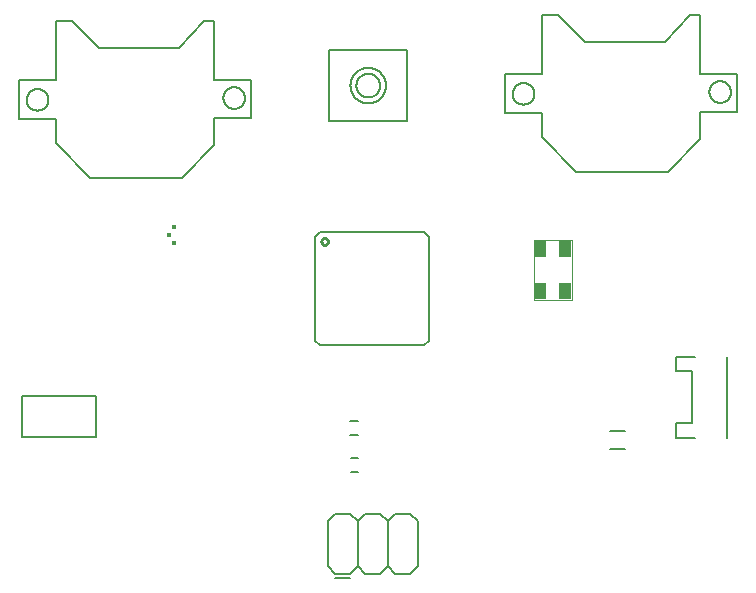
<source format=gto>
G75*
%MOIN*%
%OFA0B0*%
%FSLAX25Y25*%
%IPPOS*%
%LPD*%
%AMOC8*
5,1,8,0,0,1.08239X$1,22.5*
%
%ADD10C,0.00800*%
%ADD11C,0.01000*%
%ADD12C,0.00500*%
%ADD13R,0.01673X0.01280*%
%ADD14R,0.01378X0.01378*%
%ADD15C,0.00394*%
%ADD16R,0.04331X0.05512*%
%ADD17C,0.00600*%
D10*
X0181852Y0129677D02*
X0181852Y0164323D01*
X0183427Y0165898D01*
X0218073Y0165898D01*
X0219648Y0164323D01*
X0219648Y0129677D01*
X0218073Y0128102D01*
X0183427Y0128102D01*
X0181852Y0129677D01*
X0188500Y0072000D02*
X0193500Y0072000D01*
X0196000Y0069500D01*
X0196000Y0054500D01*
X0198500Y0052000D01*
X0203500Y0052000D01*
X0206000Y0054500D01*
X0206000Y0069500D01*
X0208500Y0072000D01*
X0213500Y0072000D01*
X0216000Y0069500D01*
X0216000Y0054500D01*
X0213500Y0052000D01*
X0208500Y0052000D01*
X0206000Y0054500D01*
X0196000Y0054500D02*
X0193500Y0052000D01*
X0188500Y0052000D01*
X0186000Y0054500D01*
X0186000Y0069500D01*
X0188500Y0072000D01*
X0196000Y0069500D02*
X0198500Y0072000D01*
X0203500Y0072000D01*
X0206000Y0069500D01*
X0193500Y0050681D02*
X0188500Y0050681D01*
X0280000Y0093500D02*
X0285000Y0093500D01*
X0285000Y0099500D02*
X0280000Y0099500D01*
X0302030Y0097364D02*
X0302030Y0102089D01*
X0307541Y0102089D01*
X0307541Y0119411D01*
X0302030Y0119411D01*
X0302030Y0124136D01*
X0308329Y0124136D01*
X0318959Y0124136D02*
X0318959Y0097364D01*
X0308329Y0097364D02*
X0302030Y0097364D01*
D11*
X0183889Y0162748D02*
X0183891Y0162815D01*
X0183897Y0162881D01*
X0183907Y0162947D01*
X0183921Y0163012D01*
X0183938Y0163076D01*
X0183960Y0163139D01*
X0183985Y0163201D01*
X0184014Y0163261D01*
X0184047Y0163319D01*
X0184082Y0163375D01*
X0184122Y0163429D01*
X0184164Y0163480D01*
X0184209Y0163529D01*
X0184257Y0163575D01*
X0184308Y0163618D01*
X0184361Y0163658D01*
X0184417Y0163695D01*
X0184475Y0163728D01*
X0184534Y0163758D01*
X0184595Y0163784D01*
X0184658Y0163807D01*
X0184722Y0163825D01*
X0184787Y0163840D01*
X0184853Y0163851D01*
X0184919Y0163858D01*
X0184985Y0163861D01*
X0185052Y0163860D01*
X0185118Y0163855D01*
X0185184Y0163846D01*
X0185250Y0163833D01*
X0185314Y0163816D01*
X0185377Y0163796D01*
X0185439Y0163771D01*
X0185500Y0163743D01*
X0185559Y0163712D01*
X0185615Y0163677D01*
X0185670Y0163639D01*
X0185722Y0163597D01*
X0185771Y0163552D01*
X0185818Y0163505D01*
X0185862Y0163455D01*
X0185902Y0163402D01*
X0185940Y0163347D01*
X0185974Y0163290D01*
X0186005Y0163231D01*
X0186032Y0163170D01*
X0186055Y0163108D01*
X0186075Y0163044D01*
X0186091Y0162979D01*
X0186103Y0162914D01*
X0186111Y0162848D01*
X0186115Y0162781D01*
X0186115Y0162715D01*
X0186111Y0162648D01*
X0186103Y0162582D01*
X0186091Y0162517D01*
X0186075Y0162452D01*
X0186055Y0162388D01*
X0186032Y0162326D01*
X0186005Y0162265D01*
X0185974Y0162206D01*
X0185940Y0162149D01*
X0185902Y0162094D01*
X0185862Y0162041D01*
X0185818Y0161991D01*
X0185771Y0161944D01*
X0185722Y0161899D01*
X0185670Y0161857D01*
X0185615Y0161819D01*
X0185558Y0161784D01*
X0185500Y0161753D01*
X0185439Y0161725D01*
X0185377Y0161700D01*
X0185314Y0161680D01*
X0185250Y0161663D01*
X0185184Y0161650D01*
X0185118Y0161641D01*
X0185052Y0161636D01*
X0184985Y0161635D01*
X0184919Y0161638D01*
X0184853Y0161645D01*
X0184787Y0161656D01*
X0184722Y0161671D01*
X0184658Y0161689D01*
X0184595Y0161712D01*
X0184534Y0161738D01*
X0184475Y0161768D01*
X0184417Y0161801D01*
X0184361Y0161838D01*
X0184308Y0161878D01*
X0184257Y0161921D01*
X0184209Y0161967D01*
X0184164Y0162016D01*
X0184122Y0162067D01*
X0184082Y0162121D01*
X0184047Y0162177D01*
X0184014Y0162235D01*
X0183985Y0162295D01*
X0183960Y0162357D01*
X0183938Y0162420D01*
X0183921Y0162484D01*
X0183907Y0162549D01*
X0183897Y0162615D01*
X0183891Y0162681D01*
X0183889Y0162748D01*
D12*
X0147970Y0194937D02*
X0147970Y0203937D01*
X0160490Y0203937D01*
X0160490Y0216457D01*
X0147970Y0216457D01*
X0147970Y0236189D01*
X0144750Y0236189D01*
X0136325Y0227339D01*
X0109750Y0227339D01*
X0100750Y0236189D01*
X0095530Y0236189D01*
X0095530Y0216457D01*
X0083010Y0216457D01*
X0083010Y0203543D01*
X0095530Y0203543D01*
X0095530Y0195543D01*
X0106687Y0183780D01*
X0137419Y0183780D01*
X0147970Y0194937D01*
X0151215Y0210606D02*
X0151217Y0210726D01*
X0151223Y0210846D01*
X0151233Y0210965D01*
X0151247Y0211084D01*
X0151265Y0211203D01*
X0151286Y0211321D01*
X0151312Y0211438D01*
X0151342Y0211554D01*
X0151375Y0211669D01*
X0151412Y0211783D01*
X0151453Y0211895D01*
X0151498Y0212007D01*
X0151547Y0212116D01*
X0151599Y0212224D01*
X0151654Y0212331D01*
X0151713Y0212435D01*
X0151776Y0212537D01*
X0151842Y0212637D01*
X0151911Y0212735D01*
X0151983Y0212831D01*
X0152059Y0212924D01*
X0152137Y0213014D01*
X0152219Y0213102D01*
X0152303Y0213187D01*
X0152390Y0213270D01*
X0152480Y0213349D01*
X0152573Y0213425D01*
X0152668Y0213498D01*
X0152765Y0213568D01*
X0152865Y0213635D01*
X0152966Y0213698D01*
X0153070Y0213758D01*
X0153176Y0213815D01*
X0153283Y0213868D01*
X0153393Y0213917D01*
X0153504Y0213963D01*
X0153616Y0214005D01*
X0153730Y0214043D01*
X0153844Y0214077D01*
X0153960Y0214108D01*
X0154077Y0214134D01*
X0154195Y0214157D01*
X0154313Y0214176D01*
X0154432Y0214191D01*
X0154552Y0214202D01*
X0154671Y0214209D01*
X0154791Y0214212D01*
X0154911Y0214211D01*
X0155031Y0214206D01*
X0155150Y0214197D01*
X0155269Y0214184D01*
X0155388Y0214167D01*
X0155506Y0214146D01*
X0155623Y0214122D01*
X0155740Y0214093D01*
X0155855Y0214061D01*
X0155969Y0214024D01*
X0156082Y0213984D01*
X0156194Y0213940D01*
X0156304Y0213893D01*
X0156413Y0213842D01*
X0156519Y0213787D01*
X0156624Y0213729D01*
X0156727Y0213667D01*
X0156828Y0213602D01*
X0156926Y0213534D01*
X0157022Y0213462D01*
X0157116Y0213388D01*
X0157207Y0213310D01*
X0157296Y0213229D01*
X0157381Y0213145D01*
X0157464Y0213059D01*
X0157544Y0212969D01*
X0157622Y0212878D01*
X0157695Y0212783D01*
X0157766Y0212687D01*
X0157834Y0212588D01*
X0157898Y0212486D01*
X0157959Y0212383D01*
X0158016Y0212278D01*
X0158070Y0212171D01*
X0158120Y0212062D01*
X0158167Y0211951D01*
X0158210Y0211839D01*
X0158249Y0211726D01*
X0158284Y0211611D01*
X0158315Y0211496D01*
X0158343Y0211379D01*
X0158367Y0211262D01*
X0158387Y0211143D01*
X0158403Y0211025D01*
X0158415Y0210905D01*
X0158423Y0210786D01*
X0158427Y0210666D01*
X0158427Y0210546D01*
X0158423Y0210426D01*
X0158415Y0210307D01*
X0158403Y0210187D01*
X0158387Y0210069D01*
X0158367Y0209950D01*
X0158343Y0209833D01*
X0158315Y0209716D01*
X0158284Y0209601D01*
X0158249Y0209486D01*
X0158210Y0209373D01*
X0158167Y0209261D01*
X0158120Y0209150D01*
X0158070Y0209041D01*
X0158016Y0208934D01*
X0157959Y0208829D01*
X0157898Y0208726D01*
X0157834Y0208624D01*
X0157766Y0208525D01*
X0157695Y0208429D01*
X0157622Y0208334D01*
X0157544Y0208243D01*
X0157464Y0208153D01*
X0157381Y0208067D01*
X0157296Y0207983D01*
X0157207Y0207902D01*
X0157116Y0207824D01*
X0157022Y0207750D01*
X0156926Y0207678D01*
X0156828Y0207610D01*
X0156727Y0207545D01*
X0156624Y0207483D01*
X0156519Y0207425D01*
X0156413Y0207370D01*
X0156304Y0207319D01*
X0156194Y0207272D01*
X0156082Y0207228D01*
X0155969Y0207188D01*
X0155855Y0207151D01*
X0155740Y0207119D01*
X0155623Y0207090D01*
X0155506Y0207066D01*
X0155388Y0207045D01*
X0155269Y0207028D01*
X0155150Y0207015D01*
X0155031Y0207006D01*
X0154911Y0207001D01*
X0154791Y0207000D01*
X0154671Y0207003D01*
X0154552Y0207010D01*
X0154432Y0207021D01*
X0154313Y0207036D01*
X0154195Y0207055D01*
X0154077Y0207078D01*
X0153960Y0207104D01*
X0153844Y0207135D01*
X0153730Y0207169D01*
X0153616Y0207207D01*
X0153504Y0207249D01*
X0153393Y0207295D01*
X0153283Y0207344D01*
X0153176Y0207397D01*
X0153070Y0207454D01*
X0152966Y0207514D01*
X0152865Y0207577D01*
X0152765Y0207644D01*
X0152668Y0207714D01*
X0152573Y0207787D01*
X0152480Y0207863D01*
X0152390Y0207942D01*
X0152303Y0208025D01*
X0152219Y0208110D01*
X0152137Y0208198D01*
X0152059Y0208288D01*
X0151983Y0208381D01*
X0151911Y0208477D01*
X0151842Y0208575D01*
X0151776Y0208675D01*
X0151713Y0208777D01*
X0151654Y0208881D01*
X0151599Y0208988D01*
X0151547Y0209096D01*
X0151498Y0209205D01*
X0151453Y0209317D01*
X0151412Y0209429D01*
X0151375Y0209543D01*
X0151342Y0209658D01*
X0151312Y0209774D01*
X0151286Y0209891D01*
X0151265Y0210009D01*
X0151247Y0210128D01*
X0151233Y0210247D01*
X0151223Y0210366D01*
X0151217Y0210486D01*
X0151215Y0210606D01*
X0186508Y0202939D02*
X0186508Y0226561D01*
X0212492Y0226561D01*
X0212492Y0202939D01*
X0186508Y0202939D01*
X0195563Y0214750D02*
X0195565Y0214875D01*
X0195571Y0215000D01*
X0195581Y0215124D01*
X0195595Y0215248D01*
X0195612Y0215372D01*
X0195634Y0215495D01*
X0195660Y0215617D01*
X0195689Y0215739D01*
X0195722Y0215859D01*
X0195760Y0215978D01*
X0195800Y0216097D01*
X0195845Y0216213D01*
X0195893Y0216328D01*
X0195945Y0216442D01*
X0196001Y0216554D01*
X0196060Y0216664D01*
X0196122Y0216772D01*
X0196188Y0216879D01*
X0196257Y0216983D01*
X0196330Y0217084D01*
X0196405Y0217184D01*
X0196484Y0217281D01*
X0196566Y0217375D01*
X0196651Y0217467D01*
X0196738Y0217556D01*
X0196829Y0217642D01*
X0196922Y0217725D01*
X0197018Y0217806D01*
X0197116Y0217883D01*
X0197216Y0217957D01*
X0197319Y0218028D01*
X0197424Y0218095D01*
X0197532Y0218160D01*
X0197641Y0218220D01*
X0197752Y0218278D01*
X0197865Y0218331D01*
X0197979Y0218381D01*
X0198095Y0218428D01*
X0198212Y0218470D01*
X0198331Y0218509D01*
X0198451Y0218545D01*
X0198572Y0218576D01*
X0198694Y0218604D01*
X0198816Y0218627D01*
X0198940Y0218647D01*
X0199064Y0218663D01*
X0199188Y0218675D01*
X0199313Y0218683D01*
X0199438Y0218687D01*
X0199562Y0218687D01*
X0199687Y0218683D01*
X0199812Y0218675D01*
X0199936Y0218663D01*
X0200060Y0218647D01*
X0200184Y0218627D01*
X0200306Y0218604D01*
X0200428Y0218576D01*
X0200549Y0218545D01*
X0200669Y0218509D01*
X0200788Y0218470D01*
X0200905Y0218428D01*
X0201021Y0218381D01*
X0201135Y0218331D01*
X0201248Y0218278D01*
X0201359Y0218220D01*
X0201469Y0218160D01*
X0201576Y0218095D01*
X0201681Y0218028D01*
X0201784Y0217957D01*
X0201884Y0217883D01*
X0201982Y0217806D01*
X0202078Y0217725D01*
X0202171Y0217642D01*
X0202262Y0217556D01*
X0202349Y0217467D01*
X0202434Y0217375D01*
X0202516Y0217281D01*
X0202595Y0217184D01*
X0202670Y0217084D01*
X0202743Y0216983D01*
X0202812Y0216879D01*
X0202878Y0216772D01*
X0202940Y0216664D01*
X0202999Y0216554D01*
X0203055Y0216442D01*
X0203107Y0216328D01*
X0203155Y0216213D01*
X0203200Y0216097D01*
X0203240Y0215978D01*
X0203278Y0215859D01*
X0203311Y0215739D01*
X0203340Y0215617D01*
X0203366Y0215495D01*
X0203388Y0215372D01*
X0203405Y0215248D01*
X0203419Y0215124D01*
X0203429Y0215000D01*
X0203435Y0214875D01*
X0203437Y0214750D01*
X0203435Y0214625D01*
X0203429Y0214500D01*
X0203419Y0214376D01*
X0203405Y0214252D01*
X0203388Y0214128D01*
X0203366Y0214005D01*
X0203340Y0213883D01*
X0203311Y0213761D01*
X0203278Y0213641D01*
X0203240Y0213522D01*
X0203200Y0213403D01*
X0203155Y0213287D01*
X0203107Y0213172D01*
X0203055Y0213058D01*
X0202999Y0212946D01*
X0202940Y0212836D01*
X0202878Y0212728D01*
X0202812Y0212621D01*
X0202743Y0212517D01*
X0202670Y0212416D01*
X0202595Y0212316D01*
X0202516Y0212219D01*
X0202434Y0212125D01*
X0202349Y0212033D01*
X0202262Y0211944D01*
X0202171Y0211858D01*
X0202078Y0211775D01*
X0201982Y0211694D01*
X0201884Y0211617D01*
X0201784Y0211543D01*
X0201681Y0211472D01*
X0201576Y0211405D01*
X0201468Y0211340D01*
X0201359Y0211280D01*
X0201248Y0211222D01*
X0201135Y0211169D01*
X0201021Y0211119D01*
X0200905Y0211072D01*
X0200788Y0211030D01*
X0200669Y0210991D01*
X0200549Y0210955D01*
X0200428Y0210924D01*
X0200306Y0210896D01*
X0200184Y0210873D01*
X0200060Y0210853D01*
X0199936Y0210837D01*
X0199812Y0210825D01*
X0199687Y0210817D01*
X0199562Y0210813D01*
X0199438Y0210813D01*
X0199313Y0210817D01*
X0199188Y0210825D01*
X0199064Y0210837D01*
X0198940Y0210853D01*
X0198816Y0210873D01*
X0198694Y0210896D01*
X0198572Y0210924D01*
X0198451Y0210955D01*
X0198331Y0210991D01*
X0198212Y0211030D01*
X0198095Y0211072D01*
X0197979Y0211119D01*
X0197865Y0211169D01*
X0197752Y0211222D01*
X0197641Y0211280D01*
X0197531Y0211340D01*
X0197424Y0211405D01*
X0197319Y0211472D01*
X0197216Y0211543D01*
X0197116Y0211617D01*
X0197018Y0211694D01*
X0196922Y0211775D01*
X0196829Y0211858D01*
X0196738Y0211944D01*
X0196651Y0212033D01*
X0196566Y0212125D01*
X0196484Y0212219D01*
X0196405Y0212316D01*
X0196330Y0212416D01*
X0196257Y0212517D01*
X0196188Y0212621D01*
X0196122Y0212728D01*
X0196060Y0212836D01*
X0196001Y0212946D01*
X0195945Y0213058D01*
X0195893Y0213172D01*
X0195845Y0213287D01*
X0195800Y0213403D01*
X0195760Y0213522D01*
X0195722Y0213641D01*
X0195689Y0213761D01*
X0195660Y0213883D01*
X0195634Y0214005D01*
X0195612Y0214128D01*
X0195595Y0214252D01*
X0195581Y0214376D01*
X0195571Y0214500D01*
X0195565Y0214625D01*
X0195563Y0214750D01*
X0193581Y0214750D02*
X0193583Y0214904D01*
X0193589Y0215057D01*
X0193599Y0215211D01*
X0193613Y0215364D01*
X0193631Y0215516D01*
X0193653Y0215668D01*
X0193678Y0215820D01*
X0193708Y0215971D01*
X0193742Y0216121D01*
X0193779Y0216270D01*
X0193821Y0216418D01*
X0193866Y0216564D01*
X0193915Y0216710D01*
X0193968Y0216854D01*
X0194024Y0216997D01*
X0194084Y0217139D01*
X0194148Y0217279D01*
X0194216Y0217417D01*
X0194287Y0217553D01*
X0194361Y0217687D01*
X0194439Y0217820D01*
X0194521Y0217950D01*
X0194605Y0218078D01*
X0194693Y0218204D01*
X0194785Y0218328D01*
X0194879Y0218449D01*
X0194977Y0218568D01*
X0195077Y0218684D01*
X0195181Y0218797D01*
X0195288Y0218908D01*
X0195397Y0219016D01*
X0195509Y0219121D01*
X0195624Y0219223D01*
X0195741Y0219322D01*
X0195861Y0219418D01*
X0195984Y0219511D01*
X0196108Y0219601D01*
X0196236Y0219687D01*
X0196365Y0219771D01*
X0196496Y0219850D01*
X0196630Y0219926D01*
X0196765Y0219999D01*
X0196902Y0220068D01*
X0197041Y0220134D01*
X0197182Y0220196D01*
X0197324Y0220254D01*
X0197468Y0220309D01*
X0197613Y0220360D01*
X0197759Y0220407D01*
X0197906Y0220450D01*
X0198055Y0220490D01*
X0198204Y0220525D01*
X0198355Y0220557D01*
X0198506Y0220585D01*
X0198658Y0220609D01*
X0198810Y0220629D01*
X0198963Y0220645D01*
X0199116Y0220657D01*
X0199270Y0220665D01*
X0199423Y0220669D01*
X0199577Y0220669D01*
X0199730Y0220665D01*
X0199884Y0220657D01*
X0200037Y0220645D01*
X0200190Y0220629D01*
X0200342Y0220609D01*
X0200494Y0220585D01*
X0200645Y0220557D01*
X0200796Y0220525D01*
X0200945Y0220490D01*
X0201094Y0220450D01*
X0201241Y0220407D01*
X0201387Y0220360D01*
X0201532Y0220309D01*
X0201676Y0220254D01*
X0201818Y0220196D01*
X0201959Y0220134D01*
X0202098Y0220068D01*
X0202235Y0219999D01*
X0202370Y0219926D01*
X0202504Y0219850D01*
X0202635Y0219771D01*
X0202764Y0219687D01*
X0202892Y0219601D01*
X0203016Y0219511D01*
X0203139Y0219418D01*
X0203259Y0219322D01*
X0203376Y0219223D01*
X0203491Y0219121D01*
X0203603Y0219016D01*
X0203712Y0218908D01*
X0203819Y0218797D01*
X0203923Y0218684D01*
X0204023Y0218568D01*
X0204121Y0218449D01*
X0204215Y0218328D01*
X0204307Y0218204D01*
X0204395Y0218078D01*
X0204479Y0217950D01*
X0204561Y0217820D01*
X0204639Y0217687D01*
X0204713Y0217553D01*
X0204784Y0217417D01*
X0204852Y0217279D01*
X0204916Y0217139D01*
X0204976Y0216997D01*
X0205032Y0216854D01*
X0205085Y0216710D01*
X0205134Y0216564D01*
X0205179Y0216418D01*
X0205221Y0216270D01*
X0205258Y0216121D01*
X0205292Y0215971D01*
X0205322Y0215820D01*
X0205347Y0215668D01*
X0205369Y0215516D01*
X0205387Y0215364D01*
X0205401Y0215211D01*
X0205411Y0215057D01*
X0205417Y0214904D01*
X0205419Y0214750D01*
X0205417Y0214596D01*
X0205411Y0214443D01*
X0205401Y0214289D01*
X0205387Y0214136D01*
X0205369Y0213984D01*
X0205347Y0213832D01*
X0205322Y0213680D01*
X0205292Y0213529D01*
X0205258Y0213379D01*
X0205221Y0213230D01*
X0205179Y0213082D01*
X0205134Y0212936D01*
X0205085Y0212790D01*
X0205032Y0212646D01*
X0204976Y0212503D01*
X0204916Y0212361D01*
X0204852Y0212221D01*
X0204784Y0212083D01*
X0204713Y0211947D01*
X0204639Y0211813D01*
X0204561Y0211680D01*
X0204479Y0211550D01*
X0204395Y0211422D01*
X0204307Y0211296D01*
X0204215Y0211172D01*
X0204121Y0211051D01*
X0204023Y0210932D01*
X0203923Y0210816D01*
X0203819Y0210703D01*
X0203712Y0210592D01*
X0203603Y0210484D01*
X0203491Y0210379D01*
X0203376Y0210277D01*
X0203259Y0210178D01*
X0203139Y0210082D01*
X0203016Y0209989D01*
X0202892Y0209899D01*
X0202764Y0209813D01*
X0202635Y0209729D01*
X0202504Y0209650D01*
X0202370Y0209574D01*
X0202235Y0209501D01*
X0202098Y0209432D01*
X0201959Y0209366D01*
X0201818Y0209304D01*
X0201676Y0209246D01*
X0201532Y0209191D01*
X0201387Y0209140D01*
X0201241Y0209093D01*
X0201094Y0209050D01*
X0200945Y0209010D01*
X0200796Y0208975D01*
X0200645Y0208943D01*
X0200494Y0208915D01*
X0200342Y0208891D01*
X0200190Y0208871D01*
X0200037Y0208855D01*
X0199884Y0208843D01*
X0199730Y0208835D01*
X0199577Y0208831D01*
X0199423Y0208831D01*
X0199270Y0208835D01*
X0199116Y0208843D01*
X0198963Y0208855D01*
X0198810Y0208871D01*
X0198658Y0208891D01*
X0198506Y0208915D01*
X0198355Y0208943D01*
X0198204Y0208975D01*
X0198055Y0209010D01*
X0197906Y0209050D01*
X0197759Y0209093D01*
X0197613Y0209140D01*
X0197468Y0209191D01*
X0197324Y0209246D01*
X0197182Y0209304D01*
X0197041Y0209366D01*
X0196902Y0209432D01*
X0196765Y0209501D01*
X0196630Y0209574D01*
X0196496Y0209650D01*
X0196365Y0209729D01*
X0196236Y0209813D01*
X0196108Y0209899D01*
X0195984Y0209989D01*
X0195861Y0210082D01*
X0195741Y0210178D01*
X0195624Y0210277D01*
X0195509Y0210379D01*
X0195397Y0210484D01*
X0195288Y0210592D01*
X0195181Y0210703D01*
X0195077Y0210816D01*
X0194977Y0210932D01*
X0194879Y0211051D01*
X0194785Y0211172D01*
X0194693Y0211296D01*
X0194605Y0211422D01*
X0194521Y0211550D01*
X0194439Y0211680D01*
X0194361Y0211813D01*
X0194287Y0211947D01*
X0194216Y0212083D01*
X0194148Y0212221D01*
X0194084Y0212361D01*
X0194024Y0212503D01*
X0193968Y0212646D01*
X0193915Y0212790D01*
X0193866Y0212936D01*
X0193821Y0213082D01*
X0193779Y0213230D01*
X0193742Y0213379D01*
X0193708Y0213529D01*
X0193678Y0213680D01*
X0193653Y0213832D01*
X0193631Y0213984D01*
X0193613Y0214136D01*
X0193599Y0214289D01*
X0193589Y0214443D01*
X0193583Y0214596D01*
X0193581Y0214750D01*
X0245010Y0218457D02*
X0245010Y0205543D01*
X0257530Y0205543D01*
X0257530Y0197543D01*
X0268687Y0185780D01*
X0299419Y0185780D01*
X0309970Y0196937D01*
X0309970Y0205937D01*
X0322490Y0205937D01*
X0322490Y0218457D01*
X0309970Y0218457D01*
X0309970Y0238189D01*
X0306750Y0238189D01*
X0298325Y0229339D01*
X0271750Y0229339D01*
X0262750Y0238189D01*
X0257530Y0238189D01*
X0257530Y0218457D01*
X0245010Y0218457D01*
X0247648Y0212000D02*
X0247650Y0212120D01*
X0247656Y0212240D01*
X0247666Y0212359D01*
X0247680Y0212478D01*
X0247698Y0212597D01*
X0247719Y0212715D01*
X0247745Y0212832D01*
X0247775Y0212948D01*
X0247808Y0213063D01*
X0247845Y0213177D01*
X0247886Y0213289D01*
X0247931Y0213401D01*
X0247980Y0213510D01*
X0248032Y0213618D01*
X0248087Y0213725D01*
X0248146Y0213829D01*
X0248209Y0213931D01*
X0248275Y0214031D01*
X0248344Y0214129D01*
X0248416Y0214225D01*
X0248492Y0214318D01*
X0248570Y0214408D01*
X0248652Y0214496D01*
X0248736Y0214581D01*
X0248823Y0214664D01*
X0248913Y0214743D01*
X0249006Y0214819D01*
X0249101Y0214892D01*
X0249198Y0214962D01*
X0249298Y0215029D01*
X0249399Y0215092D01*
X0249503Y0215152D01*
X0249609Y0215209D01*
X0249716Y0215262D01*
X0249826Y0215311D01*
X0249937Y0215357D01*
X0250049Y0215399D01*
X0250163Y0215437D01*
X0250277Y0215471D01*
X0250393Y0215502D01*
X0250510Y0215528D01*
X0250628Y0215551D01*
X0250746Y0215570D01*
X0250865Y0215585D01*
X0250985Y0215596D01*
X0251104Y0215603D01*
X0251224Y0215606D01*
X0251344Y0215605D01*
X0251464Y0215600D01*
X0251583Y0215591D01*
X0251702Y0215578D01*
X0251821Y0215561D01*
X0251939Y0215540D01*
X0252056Y0215516D01*
X0252173Y0215487D01*
X0252288Y0215455D01*
X0252402Y0215418D01*
X0252515Y0215378D01*
X0252627Y0215334D01*
X0252737Y0215287D01*
X0252846Y0215236D01*
X0252952Y0215181D01*
X0253057Y0215123D01*
X0253160Y0215061D01*
X0253261Y0214996D01*
X0253359Y0214928D01*
X0253455Y0214856D01*
X0253549Y0214782D01*
X0253640Y0214704D01*
X0253729Y0214623D01*
X0253814Y0214539D01*
X0253897Y0214453D01*
X0253977Y0214363D01*
X0254055Y0214272D01*
X0254128Y0214177D01*
X0254199Y0214081D01*
X0254267Y0213982D01*
X0254331Y0213880D01*
X0254392Y0213777D01*
X0254449Y0213672D01*
X0254503Y0213565D01*
X0254553Y0213456D01*
X0254600Y0213345D01*
X0254643Y0213233D01*
X0254682Y0213120D01*
X0254717Y0213005D01*
X0254748Y0212890D01*
X0254776Y0212773D01*
X0254800Y0212656D01*
X0254820Y0212537D01*
X0254836Y0212419D01*
X0254848Y0212299D01*
X0254856Y0212180D01*
X0254860Y0212060D01*
X0254860Y0211940D01*
X0254856Y0211820D01*
X0254848Y0211701D01*
X0254836Y0211581D01*
X0254820Y0211463D01*
X0254800Y0211344D01*
X0254776Y0211227D01*
X0254748Y0211110D01*
X0254717Y0210995D01*
X0254682Y0210880D01*
X0254643Y0210767D01*
X0254600Y0210655D01*
X0254553Y0210544D01*
X0254503Y0210435D01*
X0254449Y0210328D01*
X0254392Y0210223D01*
X0254331Y0210120D01*
X0254267Y0210018D01*
X0254199Y0209919D01*
X0254128Y0209823D01*
X0254055Y0209728D01*
X0253977Y0209637D01*
X0253897Y0209547D01*
X0253814Y0209461D01*
X0253729Y0209377D01*
X0253640Y0209296D01*
X0253549Y0209218D01*
X0253455Y0209144D01*
X0253359Y0209072D01*
X0253261Y0209004D01*
X0253160Y0208939D01*
X0253057Y0208877D01*
X0252952Y0208819D01*
X0252846Y0208764D01*
X0252737Y0208713D01*
X0252627Y0208666D01*
X0252515Y0208622D01*
X0252402Y0208582D01*
X0252288Y0208545D01*
X0252173Y0208513D01*
X0252056Y0208484D01*
X0251939Y0208460D01*
X0251821Y0208439D01*
X0251702Y0208422D01*
X0251583Y0208409D01*
X0251464Y0208400D01*
X0251344Y0208395D01*
X0251224Y0208394D01*
X0251104Y0208397D01*
X0250985Y0208404D01*
X0250865Y0208415D01*
X0250746Y0208430D01*
X0250628Y0208449D01*
X0250510Y0208472D01*
X0250393Y0208498D01*
X0250277Y0208529D01*
X0250163Y0208563D01*
X0250049Y0208601D01*
X0249937Y0208643D01*
X0249826Y0208689D01*
X0249716Y0208738D01*
X0249609Y0208791D01*
X0249503Y0208848D01*
X0249399Y0208908D01*
X0249298Y0208971D01*
X0249198Y0209038D01*
X0249101Y0209108D01*
X0249006Y0209181D01*
X0248913Y0209257D01*
X0248823Y0209336D01*
X0248736Y0209419D01*
X0248652Y0209504D01*
X0248570Y0209592D01*
X0248492Y0209682D01*
X0248416Y0209775D01*
X0248344Y0209871D01*
X0248275Y0209969D01*
X0248209Y0210069D01*
X0248146Y0210171D01*
X0248087Y0210275D01*
X0248032Y0210382D01*
X0247980Y0210490D01*
X0247931Y0210599D01*
X0247886Y0210711D01*
X0247845Y0210823D01*
X0247808Y0210937D01*
X0247775Y0211052D01*
X0247745Y0211168D01*
X0247719Y0211285D01*
X0247698Y0211403D01*
X0247680Y0211522D01*
X0247666Y0211641D01*
X0247656Y0211760D01*
X0247650Y0211880D01*
X0247648Y0212000D01*
X0313215Y0212606D02*
X0313217Y0212726D01*
X0313223Y0212846D01*
X0313233Y0212965D01*
X0313247Y0213084D01*
X0313265Y0213203D01*
X0313286Y0213321D01*
X0313312Y0213438D01*
X0313342Y0213554D01*
X0313375Y0213669D01*
X0313412Y0213783D01*
X0313453Y0213895D01*
X0313498Y0214007D01*
X0313547Y0214116D01*
X0313599Y0214224D01*
X0313654Y0214331D01*
X0313713Y0214435D01*
X0313776Y0214537D01*
X0313842Y0214637D01*
X0313911Y0214735D01*
X0313983Y0214831D01*
X0314059Y0214924D01*
X0314137Y0215014D01*
X0314219Y0215102D01*
X0314303Y0215187D01*
X0314390Y0215270D01*
X0314480Y0215349D01*
X0314573Y0215425D01*
X0314668Y0215498D01*
X0314765Y0215568D01*
X0314865Y0215635D01*
X0314966Y0215698D01*
X0315070Y0215758D01*
X0315176Y0215815D01*
X0315283Y0215868D01*
X0315393Y0215917D01*
X0315504Y0215963D01*
X0315616Y0216005D01*
X0315730Y0216043D01*
X0315844Y0216077D01*
X0315960Y0216108D01*
X0316077Y0216134D01*
X0316195Y0216157D01*
X0316313Y0216176D01*
X0316432Y0216191D01*
X0316552Y0216202D01*
X0316671Y0216209D01*
X0316791Y0216212D01*
X0316911Y0216211D01*
X0317031Y0216206D01*
X0317150Y0216197D01*
X0317269Y0216184D01*
X0317388Y0216167D01*
X0317506Y0216146D01*
X0317623Y0216122D01*
X0317740Y0216093D01*
X0317855Y0216061D01*
X0317969Y0216024D01*
X0318082Y0215984D01*
X0318194Y0215940D01*
X0318304Y0215893D01*
X0318413Y0215842D01*
X0318519Y0215787D01*
X0318624Y0215729D01*
X0318727Y0215667D01*
X0318828Y0215602D01*
X0318926Y0215534D01*
X0319022Y0215462D01*
X0319116Y0215388D01*
X0319207Y0215310D01*
X0319296Y0215229D01*
X0319381Y0215145D01*
X0319464Y0215059D01*
X0319544Y0214969D01*
X0319622Y0214878D01*
X0319695Y0214783D01*
X0319766Y0214687D01*
X0319834Y0214588D01*
X0319898Y0214486D01*
X0319959Y0214383D01*
X0320016Y0214278D01*
X0320070Y0214171D01*
X0320120Y0214062D01*
X0320167Y0213951D01*
X0320210Y0213839D01*
X0320249Y0213726D01*
X0320284Y0213611D01*
X0320315Y0213496D01*
X0320343Y0213379D01*
X0320367Y0213262D01*
X0320387Y0213143D01*
X0320403Y0213025D01*
X0320415Y0212905D01*
X0320423Y0212786D01*
X0320427Y0212666D01*
X0320427Y0212546D01*
X0320423Y0212426D01*
X0320415Y0212307D01*
X0320403Y0212187D01*
X0320387Y0212069D01*
X0320367Y0211950D01*
X0320343Y0211833D01*
X0320315Y0211716D01*
X0320284Y0211601D01*
X0320249Y0211486D01*
X0320210Y0211373D01*
X0320167Y0211261D01*
X0320120Y0211150D01*
X0320070Y0211041D01*
X0320016Y0210934D01*
X0319959Y0210829D01*
X0319898Y0210726D01*
X0319834Y0210624D01*
X0319766Y0210525D01*
X0319695Y0210429D01*
X0319622Y0210334D01*
X0319544Y0210243D01*
X0319464Y0210153D01*
X0319381Y0210067D01*
X0319296Y0209983D01*
X0319207Y0209902D01*
X0319116Y0209824D01*
X0319022Y0209750D01*
X0318926Y0209678D01*
X0318828Y0209610D01*
X0318727Y0209545D01*
X0318624Y0209483D01*
X0318519Y0209425D01*
X0318413Y0209370D01*
X0318304Y0209319D01*
X0318194Y0209272D01*
X0318082Y0209228D01*
X0317969Y0209188D01*
X0317855Y0209151D01*
X0317740Y0209119D01*
X0317623Y0209090D01*
X0317506Y0209066D01*
X0317388Y0209045D01*
X0317269Y0209028D01*
X0317150Y0209015D01*
X0317031Y0209006D01*
X0316911Y0209001D01*
X0316791Y0209000D01*
X0316671Y0209003D01*
X0316552Y0209010D01*
X0316432Y0209021D01*
X0316313Y0209036D01*
X0316195Y0209055D01*
X0316077Y0209078D01*
X0315960Y0209104D01*
X0315844Y0209135D01*
X0315730Y0209169D01*
X0315616Y0209207D01*
X0315504Y0209249D01*
X0315393Y0209295D01*
X0315283Y0209344D01*
X0315176Y0209397D01*
X0315070Y0209454D01*
X0314966Y0209514D01*
X0314865Y0209577D01*
X0314765Y0209644D01*
X0314668Y0209714D01*
X0314573Y0209787D01*
X0314480Y0209863D01*
X0314390Y0209942D01*
X0314303Y0210025D01*
X0314219Y0210110D01*
X0314137Y0210198D01*
X0314059Y0210288D01*
X0313983Y0210381D01*
X0313911Y0210477D01*
X0313842Y0210575D01*
X0313776Y0210675D01*
X0313713Y0210777D01*
X0313654Y0210881D01*
X0313599Y0210988D01*
X0313547Y0211096D01*
X0313498Y0211205D01*
X0313453Y0211317D01*
X0313412Y0211429D01*
X0313375Y0211543D01*
X0313342Y0211658D01*
X0313312Y0211774D01*
X0313286Y0211891D01*
X0313265Y0212009D01*
X0313247Y0212128D01*
X0313233Y0212247D01*
X0313223Y0212366D01*
X0313217Y0212486D01*
X0313215Y0212606D01*
X0085648Y0210000D02*
X0085650Y0210120D01*
X0085656Y0210240D01*
X0085666Y0210359D01*
X0085680Y0210478D01*
X0085698Y0210597D01*
X0085719Y0210715D01*
X0085745Y0210832D01*
X0085775Y0210948D01*
X0085808Y0211063D01*
X0085845Y0211177D01*
X0085886Y0211289D01*
X0085931Y0211401D01*
X0085980Y0211510D01*
X0086032Y0211618D01*
X0086087Y0211725D01*
X0086146Y0211829D01*
X0086209Y0211931D01*
X0086275Y0212031D01*
X0086344Y0212129D01*
X0086416Y0212225D01*
X0086492Y0212318D01*
X0086570Y0212408D01*
X0086652Y0212496D01*
X0086736Y0212581D01*
X0086823Y0212664D01*
X0086913Y0212743D01*
X0087006Y0212819D01*
X0087101Y0212892D01*
X0087198Y0212962D01*
X0087298Y0213029D01*
X0087399Y0213092D01*
X0087503Y0213152D01*
X0087609Y0213209D01*
X0087716Y0213262D01*
X0087826Y0213311D01*
X0087937Y0213357D01*
X0088049Y0213399D01*
X0088163Y0213437D01*
X0088277Y0213471D01*
X0088393Y0213502D01*
X0088510Y0213528D01*
X0088628Y0213551D01*
X0088746Y0213570D01*
X0088865Y0213585D01*
X0088985Y0213596D01*
X0089104Y0213603D01*
X0089224Y0213606D01*
X0089344Y0213605D01*
X0089464Y0213600D01*
X0089583Y0213591D01*
X0089702Y0213578D01*
X0089821Y0213561D01*
X0089939Y0213540D01*
X0090056Y0213516D01*
X0090173Y0213487D01*
X0090288Y0213455D01*
X0090402Y0213418D01*
X0090515Y0213378D01*
X0090627Y0213334D01*
X0090737Y0213287D01*
X0090846Y0213236D01*
X0090952Y0213181D01*
X0091057Y0213123D01*
X0091160Y0213061D01*
X0091261Y0212996D01*
X0091359Y0212928D01*
X0091455Y0212856D01*
X0091549Y0212782D01*
X0091640Y0212704D01*
X0091729Y0212623D01*
X0091814Y0212539D01*
X0091897Y0212453D01*
X0091977Y0212363D01*
X0092055Y0212272D01*
X0092128Y0212177D01*
X0092199Y0212081D01*
X0092267Y0211982D01*
X0092331Y0211880D01*
X0092392Y0211777D01*
X0092449Y0211672D01*
X0092503Y0211565D01*
X0092553Y0211456D01*
X0092600Y0211345D01*
X0092643Y0211233D01*
X0092682Y0211120D01*
X0092717Y0211005D01*
X0092748Y0210890D01*
X0092776Y0210773D01*
X0092800Y0210656D01*
X0092820Y0210537D01*
X0092836Y0210419D01*
X0092848Y0210299D01*
X0092856Y0210180D01*
X0092860Y0210060D01*
X0092860Y0209940D01*
X0092856Y0209820D01*
X0092848Y0209701D01*
X0092836Y0209581D01*
X0092820Y0209463D01*
X0092800Y0209344D01*
X0092776Y0209227D01*
X0092748Y0209110D01*
X0092717Y0208995D01*
X0092682Y0208880D01*
X0092643Y0208767D01*
X0092600Y0208655D01*
X0092553Y0208544D01*
X0092503Y0208435D01*
X0092449Y0208328D01*
X0092392Y0208223D01*
X0092331Y0208120D01*
X0092267Y0208018D01*
X0092199Y0207919D01*
X0092128Y0207823D01*
X0092055Y0207728D01*
X0091977Y0207637D01*
X0091897Y0207547D01*
X0091814Y0207461D01*
X0091729Y0207377D01*
X0091640Y0207296D01*
X0091549Y0207218D01*
X0091455Y0207144D01*
X0091359Y0207072D01*
X0091261Y0207004D01*
X0091160Y0206939D01*
X0091057Y0206877D01*
X0090952Y0206819D01*
X0090846Y0206764D01*
X0090737Y0206713D01*
X0090627Y0206666D01*
X0090515Y0206622D01*
X0090402Y0206582D01*
X0090288Y0206545D01*
X0090173Y0206513D01*
X0090056Y0206484D01*
X0089939Y0206460D01*
X0089821Y0206439D01*
X0089702Y0206422D01*
X0089583Y0206409D01*
X0089464Y0206400D01*
X0089344Y0206395D01*
X0089224Y0206394D01*
X0089104Y0206397D01*
X0088985Y0206404D01*
X0088865Y0206415D01*
X0088746Y0206430D01*
X0088628Y0206449D01*
X0088510Y0206472D01*
X0088393Y0206498D01*
X0088277Y0206529D01*
X0088163Y0206563D01*
X0088049Y0206601D01*
X0087937Y0206643D01*
X0087826Y0206689D01*
X0087716Y0206738D01*
X0087609Y0206791D01*
X0087503Y0206848D01*
X0087399Y0206908D01*
X0087298Y0206971D01*
X0087198Y0207038D01*
X0087101Y0207108D01*
X0087006Y0207181D01*
X0086913Y0207257D01*
X0086823Y0207336D01*
X0086736Y0207419D01*
X0086652Y0207504D01*
X0086570Y0207592D01*
X0086492Y0207682D01*
X0086416Y0207775D01*
X0086344Y0207871D01*
X0086275Y0207969D01*
X0086209Y0208069D01*
X0086146Y0208171D01*
X0086087Y0208275D01*
X0086032Y0208382D01*
X0085980Y0208490D01*
X0085931Y0208599D01*
X0085886Y0208711D01*
X0085845Y0208823D01*
X0085808Y0208937D01*
X0085775Y0209052D01*
X0085745Y0209168D01*
X0085719Y0209285D01*
X0085698Y0209403D01*
X0085680Y0209522D01*
X0085666Y0209641D01*
X0085656Y0209760D01*
X0085650Y0209880D01*
X0085648Y0210000D01*
D13*
X0134715Y0167707D03*
X0134715Y0162293D03*
D14*
X0133189Y0165000D03*
D15*
X0254701Y0163093D02*
X0254701Y0143407D01*
X0267299Y0143407D01*
X0267299Y0163093D01*
X0254701Y0163093D01*
D16*
X0256866Y0160337D03*
X0265134Y0160337D03*
X0265134Y0146163D03*
X0256866Y0146163D03*
D17*
X0108799Y0097693D02*
X0084201Y0097693D01*
X0084201Y0111315D01*
X0108799Y0111315D01*
X0108799Y0097693D01*
X0193569Y0098138D02*
X0195931Y0098138D01*
X0195931Y0102862D02*
X0193569Y0102862D01*
X0193819Y0090612D02*
X0196181Y0090612D01*
X0196181Y0085888D02*
X0193819Y0085888D01*
M02*

</source>
